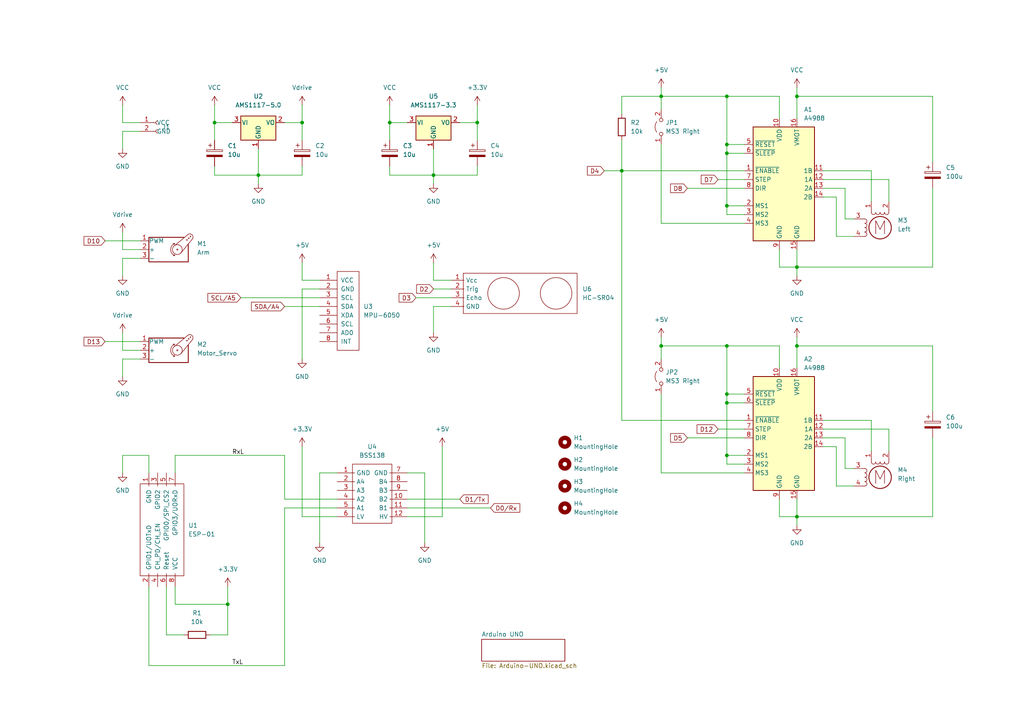
<source format=kicad_sch>
(kicad_sch (version 20211123) (generator eeschema)
  (paper "A4")
  (title_block (title "jRobot-Leonardo-Nano") (date "2022-12-18") (rev "0.1"))
  (lib_symbols
    (symbol "Device:C_Polarized" (pin_numbers hide) (pin_names (offset 0.254))
      (property "Reference" "C" (at 0.635 2.54 0))
      (property "Value" "C_Polarized" (at 0.635 -2.54 0))
      (symbol "C_Polarized_0_1"
        (rectangle (start -2.286 0.508) (end 2.286 1.016))
        (polyline (pts (xy -1.778 2.286) (xy -0.762 2.286)))
        (polyline (pts (xy -1.27 2.794) (xy -1.27 1.778)))
        (rectangle (start 2.286 -0.508) (end -2.286 -1.016) (fill (type outline)))
      )
      (symbol "C_Polarized_1_1"
        (pin passive line (at 0 3.81 270) (length 2.794) (name "~") (number "1"))
        (pin passive line (at 0 -3.81 90) (length 2.794) (name "~") (number "2"))
      )
    )
    (symbol "Device:R" (pin_numbers hide) (pin_names (offset 0))
      (property "Reference" "R" (at 2.032 0 90))
      (property "Value" "R" (at 0 0 90))
      (symbol "R_0_1"
        (rectangle (start -1.016 -2.54) (end 1.016 2.54) (stroke (width 0.254)))
      )
      (symbol "R_1_1"
        (pin passive line (at 0 3.81 270) (length 1.27) (name "~") (number "1"))
        (pin passive line (at 0 -3.81 90) (length 1.27) (name "~") (number "2"))
      )
    )
    (symbol "Jumper:Jumper_2_Open" (pin_names (offset 0) hide)
      (property "Reference" "JP" (at 0 2.794 0))
      (property "Value" "Jumper_2_Open" (at 0 -2.286 0))
      (symbol "Jumper_2_Open_0_0"
        (circle (center -2.032 0) (radius 0.508))
        (circle (center 2.032 0) (radius 0.508))
      )
      (symbol "Jumper_2_Open_0_1"
        (arc (start 1.524 1.27) (mid 0 1.778) (end -1.524 1.27))
      )
      (symbol "Jumper_2_Open_1_1"
        (pin passive line (at -5.08 0 0) (length 2.54) (name "A") (number "1"))
        (pin passive line (at 5.08 0 180) (length 2.54) (name "B") (number "2"))
      )
    )
    (symbol "Mechanical:MountingHole" (pin_names (offset 1.016))
      (property "Reference" "H" (at 0 5.08 0))
      (property "Value" "MountingHole" (at 0 3.175 0))
      (symbol "MountingHole_0_1"
        (circle (center 0 0) (radius 1.27) (stroke (width 1.27)))
      )
    )
    (symbol "Motor:Motor_Servo" (pin_names (offset 0.0254))
      (property "Reference" "M" (at -5.08 4.445 0))
      (property "Value" "Motor_Servo" (at -5.08 -4.064 0))
      (symbol "Motor_Servo_0_1"
        (polyline (pts (xy 2.413 -1.778) (xy 2.032 -1.778)))
        (polyline (pts (xy 2.413 -1.778) (xy 2.286 -1.397)))
        (polyline (pts (xy 2.413 1.778) (xy 1.905 1.778)))
        (polyline (pts (xy 2.413 1.778) (xy 2.286 1.397)))
        (polyline (pts (xy 6.35 4.445) (xy 2.54 1.27)))
        (polyline (pts (xy 7.62 3.175) (xy 4.191 -1.016)))
        (polyline (pts (xy 5.08 3.556) (xy -5.08 3.556) (xy -5.08 -3.556) (xy 6.35 -3.556) (xy 6.35 1.524)) (stroke (width 0.254)))
        (arc (start 2.413 1.778) (mid 1.2406 0) (end 2.413 -1.778))
        (circle (center 3.175 0) (radius 0.1778))
        (circle (center 3.175 0) (radius 1.4224))
        (circle (center 5.969 2.794) (radius 0.127))
        (circle (center 6.477 3.302) (radius 0.127))
        (circle (center 6.985 3.81) (radius 0.127))
        (arc (start 7.62 3.175) (mid 7.4485 4.2735) (end 6.35 4.445))
      )
      (symbol "Motor_Servo_1_1"
        (pin passive line (at -7.62 2.54 0) (length 2.54) (name "PWM") (number "1"))
        (pin passive line (at -7.62 0 0) (length 2.54) (name "+") (number "2"))
        (pin passive line (at -7.62 -2.54 0) (length 2.54) (name "-") (number "3"))
      )
    )
    (symbol "Motor:Stepper_Motor_bipolar" (pin_names (offset 0) hide)
      (property "Reference" "M" (at 3.81 2.54 0))
      (property "Value" "Stepper_Motor_bipolar" (at 3.81 1.27 0))
      (symbol "Stepper_Motor_bipolar_0_0"
        (polyline (pts (xy -1.27 -1.778) (xy -1.27 2.032) (xy 0 -0.508) (xy 1.27 2.032) (xy 1.27 -1.778)))
      )
      (symbol "Stepper_Motor_bipolar_0_1"
        (arc (start -4.445 -2.54) (mid -3.81 -1.905) (end -4.445 -1.27))
        (arc (start -4.445 -1.27) (mid -3.81 -0.635) (end -4.445 0))
        (arc (start -4.445 0) (mid -3.81 0.635) (end -4.445 1.27))
        (arc (start -4.445 1.27) (mid -3.81 1.905) (end -4.445 2.54))
        (arc (start -2.54 4.445) (mid -1.905 3.81) (end -1.27 4.445))
        (arc (start -1.27 4.445) (mid -0.635 3.81) (end 0 4.445))
        (polyline (pts (xy -5.08 -2.54) (xy -4.445 -2.54)))
        (polyline (pts (xy -5.08 2.54) (xy -4.445 2.54)))
        (polyline (pts (xy -2.54 5.08) (xy -2.54 4.445)))
        (polyline (pts (xy 2.54 5.08) (xy 2.54 4.445)))
        (circle (center 0 0) (radius 3.2512) (stroke (width 0.254)))
        (arc (start 0 4.445) (mid 0.635 3.81) (end 1.27 4.445))
        (arc (start 1.27 4.445) (mid 1.905 3.81) (end 2.54 4.445))
      )
      (symbol "Stepper_Motor_bipolar_1_1"
        (pin passive line (at -2.54 7.62 270) (length 2.54) (name "~") (number "1"))
        (pin passive line (at 2.54 7.62 270) (length 2.54) (name "-") (number "2"))
        (pin passive line (at -7.62 2.54 0) (length 2.54) (name "~") (number "3"))
        (pin passive line (at -7.62 -2.54 0) (length 2.54) (name "~") (number "4"))
      )
    )
    (symbol "My_Arduino:ESP-01h" (pin_names (offset 1.016))
      (property "Reference" "U" (at 11.43 -5.08 0))
      (property "Value" "ESP-01h" (at 15.24 -7.62 0))
      (symbol "ESP-01h_0_1"
        (polyline (pts (xy -2.54 -3.175) (xy 10.16 -3.175) (xy 10.16 -29.845) (xy -2.54 -29.845) (xy -2.54 -3.175)) (stroke (width 0.1524)))
      )
      (symbol "ESP-01h_1_1"
        (pin output line (at 0 0 270) (length 3.81) (name "GND") (number "1"))
        (pin power_in line (at 0 -33.02 90) (length 3.81) (name "GPIO1/UOTxD") (number "2"))
        (pin input line (at 2.54 0 270) (length 3.81) (name "GPIO2") (number "3"))
        (pin tri_state line (at 2.54 -33.02 90) (length 3.81) (name "CH_PD/CH_EN") (number "4"))
        (pin input line (at 5.08 0 270) (length 3.81) (name "GPIO0/SPI_CS2") (number "5"))
        (pin tri_state line (at 5.08 -33.02 90) (length 3.81) (name "Reset") (number "6"))
        (pin power_in line (at 7.62 0 270) (length 3.81) (name "GPIO3/UORxD") (number "7"))
        (pin input line (at 7.62 -33.02 90) (length 3.81) (name "VCC") (number "8"))
      )
    )
    (symbol "My_Headers:2-pin_power_input_header" (pin_names (offset 1.016))
      (property "Reference" "J" (at 0 2.54 0))
      (symbol "2-pin_power_input_header_1_1"
        (arc (start 0 -2.032) (mid -0.508 -2.54) (end 0 -3.048) (stroke (width 0.1524)))
        (polyline (pts (xy -1.27 -2.54) (xy -0.508 -2.54)) (stroke (width 0.1524)))
        (polyline (pts (xy -1.27 0) (xy -0.508 0)) (stroke (width 0.1524)))
        (arc (start 0 0.508) (mid -0.508 0) (end 0 -0.508) (stroke (width 0.1524)))
        (pin power_out line (at -5.08 0 0) (length 3.81) (name "VCC") (number "1"))
        (pin power_out line (at -5.08 -2.54 0) (length 3.81) (name "GND") (number "2"))
      )
    )
    (symbol "My_Parts:4-channel_I2C_level_shifter_BSS138"
      (property "Reference" "U" (at 15.875 -5.715 0))
      (property "Value" "4-channel_I2C_level_shifter_BSS138" (at 33.02 -13.97 0))
      (symbol "4-channel_I2C_level_shifter_BSS138_0_1"
        (polyline (pts (xy -2.54 -4.445) (xy -2.54 -15.875) (xy 14.605 -15.875) (xy 14.605 -4.445) (xy -2.54 -4.445)) (stroke (width 0.1524)))
      )
      (symbol "4-channel_I2C_level_shifter_BSS138_1_1"
        (pin power_in line (at 0 0 270) (length 5.08) (name "GND") (number "1"))
        (pin bidirectional line (at 7.62 -20.32 90) (length 5.08) (name "B2") (number "10"))
        (pin bidirectional line (at 10.16 -20.32 90) (length 5.08) (name "B1") (number "11"))
        (pin power_in line (at 12.7 -20.32 90) (length 5.08) (name "HV") (number "12"))
        (pin bidirectional line (at 2.54 0 270) (length 5.08) (name "A4") (number "2"))
        (pin bidirectional line (at 5.08 0 270) (length 5.08) (name "A3") (number "3"))
        (pin bidirectional line (at 7.62 0 270) (length 5.08) (name "A2") (number "4"))
        (pin bidirectional line (at 10.16 0 270) (length 5.08) (name "A1") (number "5"))
        (pin power_in line (at 12.7 0 270) (length 5.08) (name "LV") (number "6"))
        (pin power_in line (at 0 -20.32 90) (length 5.08) (name "GND") (number "7"))
        (pin bidirectional line (at 2.54 -20.32 90) (length 5.08) (name "B4") (number "8"))
        (pin bidirectional line (at 5.08 -20.32 90) (length 5.08) (name "B3") (number "9"))
      )
    )
    (symbol "My_Parts:GY-521_MPU-6050" (pin_names (offset 1.016))
      (property "Reference" "U" (at 6.35 3.81 0))
      (property "Value" "GY-521_MPU-6050" (at 10.16 6.35 0))
      (symbol "GY-521_MPU-6050_0_1"
        (rectangle (start 5.08 2.54) (end 11.43 -20.32))
      )
      (symbol "GY-521_MPU-6050_1_1"
        (pin power_in line (at 0 0 0) (length 5.08) (name "VCC") (number "1"))
        (pin power_in line (at 0 -2.54 0) (length 5.08) (name "GND") (number "2"))
        (pin bidirectional line (at 0 -5.08 0) (length 5.08) (name "SCL") (number "3"))
        (pin bidirectional line (at 0 -7.62 0) (length 5.08) (name "SDA") (number "4"))
        (pin bidirectional line (at 0 -10.16 0) (length 5.08) (name "XDA") (number "5"))
        (pin bidirectional line (at 0 -12.7 0) (length 5.08) (name "SCL") (number "6"))
        (pin bidirectional line (at 0 -15.24 0) (length 5.08) (name "AD0") (number "7"))
        (pin bidirectional line (at 0 -17.78 0) (length 5.08) (name "INT") (number "8"))
      )
    )
    (symbol "My_Parts:HC-SR04_Sonar"
      (property "Reference" "U" (at 5.08 3.302 0))
      (property "Value" "HC-SR04_Sonar" (at 21.59 -11.176 0))
      (symbol "HC-SR04_Sonar_0_1"
        (polyline (pts (xy 3.556 2.032) (xy 3.556 -9.652) (xy 36.576 -9.652) (xy 36.576 2.032) (xy 3.556 2.032)))
        (circle (center 15.24 -3.81) (radius 4.5791))
        (circle (center 30.48 -3.81) (radius 4.5791))
      )
      (symbol "HC-SR04_Sonar_1_1"
        (pin power_in line (at 0 0 0) (length 3.81) (name "Vcc") (number "1"))
        (pin input line (at 0 -2.54 0) (length 3.81) (name "Trig") (number "2"))
        (pin output line (at 0 -5.08 0) (length 3.81) (name "Echo") (number "3"))
        (pin power_in line (at 0 -7.62 0) (length 3.81) (name "GND") (number "4"))
      )
    )
    (symbol "My_Parts:Stepper_Driver_A4988"
      (property "Reference" "A" (at -2.54 19.05 0))
      (property "Value" "Stepper_Driver_A4988" (at -2.54 16.51 0))
      (symbol "Stepper_Driver_A4988_0_1"
        (rectangle (start 10.16 -17.78) (end -7.62 15.24) (stroke (width 0.254)) (fill (type background)))
      )
      (symbol "Stepper_Driver_A4988_1_1"
        (pin input line (at -10.16 2.54 0) (length 2.54) (name "~{ENABLE}") (number "1"))
        (pin power_in line (at 0 17.78 270) (length 2.54) (name "VDD") (number "10"))
        (pin output line (at 12.7 2.54 180) (length 2.54) (name "1B") (number "11"))
        (pin output line (at 12.7 0 180) (length 2.54) (name "1A") (number "12"))
        (pin output line (at 12.7 -2.54 180) (length 2.54) (name "2A") (number "13"))
        (pin output line (at 12.7 -5.08 180) (length 2.54) (name "2B") (number "14"))
        (pin power_in line (at 5.08 -20.32 90) (length 2.54) (name "GND") (number "15"))
        (pin power_in line (at 5.08 17.78 270) (length 2.54) (name "VMOT") (number "16"))
        (pin input line (at -10.16 -7.62 0) (length 2.54) (name "MS1") (number "2"))
        (pin input line (at -10.16 -10.16 0) (length 2.54) (name "MS2") (number "3"))
        (pin input line (at -10.16 -12.7 0) (length 2.54) (name "MS3") (number "4"))
        (pin input line (at -10.16 10.16 0) (length 2.54) (name "~{RESET}") (number "5"))
        (pin input line (at -10.16 7.62 0) (length 2.54) (name "~{SLEEP}") (number "6"))
        (pin input line (at -10.16 0 0) (length 2.54) (name "STEP") (number "7"))
        (pin input line (at -10.16 -2.54 0) (length 2.54) (name "DIR") (number "8"))
        (pin power_in line (at 0 -20.32 90) (length 2.54) (name "GND") (number "9"))
      )
    )
    (symbol "Regulator_Linear:AMS1117-3.3" (pin_names (offset 0.254))
      (property "Reference" "U" (at -3.81 3.175 0))
      (property "Value" "AMS1117-3.3" (at 0 3.175 0))
      (symbol "AMS1117-3.3_0_1"
        (rectangle (start -5.08 -5.08) (end 5.08 1.905) (stroke (width 0.254)) (fill (type background)))
      )
      (symbol "AMS1117-3.3_1_1"
        (pin power_in line (at 0 -7.62 90) (length 2.54) (name "GND") (number "1"))
        (pin power_out line (at 7.62 0 180) (length 2.54) (name "VO") (number "2"))
        (pin power_in line (at -7.62 0 0) (length 2.54) (name "VI") (number "3"))
      )
    )
    (symbol "Regulator_Linear:AMS1117-5.0" (pin_names (offset 0.254))
      (property "Reference" "U" (at -3.81 3.175 0))
      (property "Value" "AMS1117-5.0" (at 0 3.175 0))
      (symbol "AMS1117-5.0_0_1"
        (rectangle (start -5.08 -5.08) (end 5.08 1.905) (stroke (width 0.254)) (fill (type background)))
      )
      (symbol "AMS1117-5.0_1_1"
        (pin power_in line (at 0 -7.62 90) (length 2.54) (name "GND") (number "1"))
        (pin power_out line (at 7.62 0 180) (length 2.54) (name "VO") (number "2"))
        (pin power_in line (at -7.62 0 0) (length 2.54) (name "VI") (number "3"))
      )
    )
    (symbol "power:+3.3V" (power) (pin_names (offset 0))
      (property "Value" "+3.3V" (at 0 3.556 0))
      (symbol "+3.3V_0_1"
        (polyline (pts (xy -0.762 1.27) (xy 0 2.54)))
        (polyline (pts (xy 0 0) (xy 0 2.54)))
        (polyline (pts (xy 0 2.54) (xy 0.762 1.27)))
      )
      (symbol "+3.3V_1_1"
        (pin power_in line (at 0 0 90) (length 0) hide (name "+3.3V") (number "1"))
      )
    )
    (symbol "power:+5V" (power) (pin_names (offset 0))
      (property "Value" "+5V" (at 0 3.556 0))
      (symbol "+5V_0_1"
        (polyline (pts (xy -0.762 1.27) (xy 0 2.54)))
        (polyline (pts (xy 0 0) (xy 0 2.54)))
        (polyline (pts (xy 0 2.54) (xy 0.762 1.27)))
      )
      (symbol "+5V_1_1"
        (pin power_in line (at 0 0 90) (length 0) hide (name "+5V") (number "1"))
      )
    )
    (symbol "power:GND" (power) (pin_names (offset 0))
      (property "Value" "GND" (at 0 -3.81 0))
      (symbol "GND_0_1"
        (polyline (pts (xy 0 0) (xy 0 -1.27) (xy 1.27 -1.27) (xy 0 -2.54) (xy -1.27 -1.27) (xy 0 -1.27)))
      )
      (symbol "GND_1_1"
        (pin power_in line (at 0 0 270) (length 0) hide (name "GND") (number "1"))
      )
    )
    (symbol "power:VCC" (power) (pin_names (offset 0))
      (property "Value" "VCC" (at 0 3.81 0))
      (symbol "VCC_0_1"
        (polyline (pts (xy -0.762 1.27) (xy 0 2.54)))
        (polyline (pts (xy 0 0) (xy 0 2.54)))
        (polyline (pts (xy 0 2.54) (xy 0.762 1.27)))
      )
      (symbol "VCC_1_1"
        (pin power_in line (at 0 0 90) (length 0) hide (name "VCC") (number "1"))
      )
    )
    (symbol "power:Vdrive" (power) (pin_names (offset 0))
      (property "Value" "Vdrive" (at 0 3.81 0))
      (symbol "Vdrive_0_1"
        (polyline (pts (xy -0.762 1.27) (xy 0 2.54)))
        (polyline (pts (xy 0 0) (xy 0 2.54)))
        (polyline (pts (xy 0 2.54) (xy 0.762 1.27)))
      )
      (symbol "Vdrive_1_1"
        (pin power_in line (at 0 0 90) (length 0) hide (name "Vdrive") (number "1"))
      )
    )
  )
  (junction (at 210.82 59.69))
  (junction (at 210.82 41.91))
  (junction (at 113.03 35.56))
  (junction (at 191.77 27.94))
  (junction (at 138.43 35.56))
  (junction (at 231.14 27.94))
  (junction (at 231.14 149.86))
  (junction (at 125.73 50.8))
  (junction (at 210.82 116.84))
  (junction (at 180.34 49.53))
  (junction (at 210.82 44.45))
  (junction (at 62.23 35.56))
  (junction (at 231.14 100.33))
  (junction (at 66.04 175.26))
  (junction (at 191.77 100.33))
  (junction (at 87.63 35.56))
  (junction (at 231.14 77.47))
  (junction (at 210.82 27.94))
  (junction (at 210.82 132.08))
  (junction (at 210.82 100.33))
  (junction (at 210.82 114.3))
  (junction (at 74.93 50.8))
  (wire (pts (xy 191.77 41.91) (xy 191.77 64.77)))
  (wire (pts (xy 125.73 81.28) (xy 125.73 76.2)))
  (wire (pts (xy 215.9 137.16) (xy 191.77 137.16)))
  (wire (pts (xy 50.8 175.26) (xy 66.04 175.26)))
  (wire (pts (xy 242.57 140.97) (xy 242.57 129.54)))
  (wire (pts (xy 191.77 27.94) (xy 210.82 27.94)))
  (wire (pts (xy 226.06 100.33) (xy 226.06 106.68)))
  (wire (pts (xy 123.19 137.16) (xy 123.19 157.48)))
  (wire (pts (xy 74.93 43.18) (xy 74.93 50.8)))
  (wire (pts (xy 74.93 50.8) (xy 74.93 53.34)))
  (wire (pts (xy 215.9 59.69) (xy 210.82 59.69)))
  (wire (pts (xy 62.23 50.8) (xy 74.93 50.8)))
  (wire (pts (xy 245.11 135.89) (xy 247.65 135.89)))
  (wire (pts (xy 43.18 137.16) (xy 43.18 132.08)))
  (wire (pts (xy 238.76 49.53) (xy 252.73 49.53)))
  (wire (pts (xy 66.04 170.18) (xy 66.04 175.26)))
  (wire (pts (xy 66.04 184.15) (xy 60.96 184.15)))
  (wire (pts (xy 118.11 137.16) (xy 123.19 137.16)))
  (wire (pts (xy 113.03 48.26) (xy 113.03 50.8)))
  (wire (pts (xy 238.76 52.07) (xy 257.81 52.07)))
  (wire (pts (xy 257.81 52.07) (xy 257.81 58.42)))
  (wire (pts (xy 257.81 124.46) (xy 257.81 130.81)))
  (wire (pts (xy 82.55 147.32) (xy 97.79 147.32)))
  (wire (pts (xy 67.31 35.56) (xy 62.23 35.56)))
  (wire (pts (xy 66.04 175.26) (xy 66.04 184.15)))
  (wire (pts (xy 231.14 27.94) (xy 270.51 27.94)))
  (wire (pts (xy 118.11 149.86) (xy 128.27 149.86)))
  (wire (pts (xy 30.48 69.85) (xy 40.64 69.85)))
  (wire (pts (xy 226.06 72.39) (xy 226.06 77.47)))
  (wire (pts (xy 247.65 140.97) (xy 242.57 140.97)))
  (wire (pts (xy 242.57 129.54) (xy 238.76 129.54)))
  (wire (pts (xy 40.64 104.14) (xy 35.56 104.14)))
  (wire (pts (xy 48.26 170.18) (xy 48.26 184.15)))
  (wire (pts (xy 53.34 184.15) (xy 48.26 184.15)))
  (wire (pts (xy 87.63 50.8) (xy 87.63 48.26)))
  (wire (pts (xy 238.76 127) (xy 245.11 127)))
  (wire (pts (xy 180.34 121.92) (xy 215.9 121.92)))
  (wire (pts (xy 125.73 50.8) (xy 138.43 50.8)))
  (wire (pts (xy 180.34 40.64) (xy 180.34 49.53)))
  (wire (pts (xy 242.57 57.15) (xy 238.76 57.15)))
  (wire (pts (xy 270.51 77.47) (xy 270.51 54.61)))
  (wire (pts (xy 191.77 25.4) (xy 191.77 27.94)))
  (wire (pts (xy 35.56 72.39) (xy 35.56 67.31)))
  (wire (pts (xy 210.82 44.45) (xy 210.82 59.69)))
  (wire (pts (xy 118.11 147.32) (xy 142.24 147.32)))
  (wire (pts (xy 138.43 40.64) (xy 138.43 35.56)))
  (wire (pts (xy 238.76 124.46) (xy 257.81 124.46)))
  (wire (pts (xy 40.64 72.39) (xy 35.56 72.39)))
  (wire (pts (xy 40.64 38.1) (xy 35.56 38.1)))
  (wire (pts (xy 82.55 144.78) (xy 82.55 132.08)))
  (wire (pts (xy 215.9 41.91) (xy 210.82 41.91)))
  (wire (pts (xy 210.82 132.08) (xy 210.82 134.62)))
  (wire (pts (xy 40.64 101.6) (xy 35.56 101.6)))
  (wire (pts (xy 191.77 27.94) (xy 191.77 31.75)))
  (wire (pts (xy 87.63 83.82) (xy 87.63 104.14)))
  (wire (pts (xy 125.73 43.18) (xy 125.73 50.8)))
  (wire (pts (xy 210.82 41.91) (xy 210.82 44.45)))
  (wire (pts (xy 82.55 88.9) (xy 92.71 88.9)))
  (wire (pts (xy 138.43 30.48) (xy 138.43 35.56)))
  (wire (pts (xy 245.11 54.61) (xy 245.11 63.5)))
  (wire (pts (xy 210.82 100.33) (xy 226.06 100.33)))
  (wire (pts (xy 226.06 77.47) (xy 231.14 77.47)))
  (wire (pts (xy 245.11 127) (xy 245.11 135.89)))
  (wire (pts (xy 210.82 100.33) (xy 210.82 114.3)))
  (wire (pts (xy 97.79 149.86) (xy 87.63 149.86)))
  (wire (pts (xy 35.56 35.56) (xy 35.56 30.48)))
  (wire (pts (xy 231.14 77.47) (xy 270.51 77.47)))
  (wire (pts (xy 113.03 50.8) (xy 125.73 50.8)))
  (wire (pts (xy 252.73 121.92) (xy 238.76 121.92)))
  (wire (pts (xy 231.14 72.39) (xy 231.14 77.47)))
  (wire (pts (xy 113.03 35.56) (xy 113.03 40.64)))
  (wire (pts (xy 118.11 144.78) (xy 133.35 144.78)))
  (wire (pts (xy 62.23 35.56) (xy 62.23 40.64)))
  (wire (pts (xy 242.57 68.58) (xy 242.57 57.15)))
  (wire (pts (xy 247.65 68.58) (xy 242.57 68.58)))
  (wire (pts (xy 208.28 124.46) (xy 215.9 124.46)))
  (wire (pts (xy 215.9 132.08) (xy 210.82 132.08)))
  (wire (pts (xy 199.39 127) (xy 215.9 127)))
  (wire (pts (xy 252.73 49.53) (xy 252.73 58.42)))
  (wire (pts (xy 175.26 49.53) (xy 180.34 49.53)))
  (wire (pts (xy 50.8 132.08) (xy 50.8 137.16)))
  (wire (pts (xy 180.34 49.53) (xy 180.34 121.92)))
  (wire (pts (xy 62.23 48.26) (xy 62.23 50.8)))
  (wire (pts (xy 270.51 27.94) (xy 270.51 46.99)))
  (wire (pts (xy 87.63 30.48) (xy 87.63 35.56)))
  (wire (pts (xy 125.73 96.52) (xy 125.73 88.9)))
  (wire (pts (xy 215.9 64.77) (xy 191.77 64.77)))
  (wire (pts (xy 226.06 27.94) (xy 226.06 34.29)))
  (wire (pts (xy 35.56 38.1) (xy 35.56 43.18)))
  (wire (pts (xy 226.06 144.78) (xy 226.06 149.86)))
  (wire (pts (xy 92.71 81.28) (xy 87.63 81.28)))
  (wire (pts (xy 210.82 116.84) (xy 210.82 132.08)))
  (wire (pts (xy 125.73 50.8) (xy 125.73 53.34)))
  (wire (pts (xy 92.71 86.36) (xy 69.85 86.36)))
  (wire (pts (xy 35.56 104.14) (xy 35.56 109.22)))
  (wire (pts (xy 87.63 35.56) (xy 82.55 35.56)))
  (wire (pts (xy 238.76 54.61) (xy 245.11 54.61)))
  (wire (pts (xy 270.51 149.86) (xy 270.51 127)))
  (wire (pts (xy 191.77 114.3) (xy 191.77 137.16)))
  (wire (pts (xy 191.77 97.79) (xy 191.77 100.33)))
  (wire (pts (xy 40.64 74.93) (xy 35.56 74.93)))
  (wire (pts (xy 231.14 100.33) (xy 270.51 100.33)))
  (wire (pts (xy 208.28 52.07) (xy 215.9 52.07)))
  (wire (pts (xy 92.71 137.16) (xy 92.71 157.48)))
  (wire (pts (xy 231.14 77.47) (xy 231.14 80.01)))
  (wire (pts (xy 231.14 25.4) (xy 231.14 27.94)))
  (wire (pts (xy 215.9 114.3) (xy 210.82 114.3)))
  (wire (pts (xy 30.48 99.06) (xy 40.64 99.06)))
  (wire (pts (xy 43.18 170.18) (xy 43.18 193.04)))
  (wire (pts (xy 43.18 193.04) (xy 82.55 193.04)))
  (wire (pts (xy 191.77 100.33) (xy 210.82 100.33)))
  (wire (pts (xy 231.14 144.78) (xy 231.14 149.86)))
  (wire (pts (xy 180.34 49.53) (xy 215.9 49.53)))
  (wire (pts (xy 125.73 83.82) (xy 130.81 83.82)))
  (wire (pts (xy 62.23 30.48) (xy 62.23 35.56)))
  (wire (pts (xy 118.11 35.56) (xy 113.03 35.56)))
  (wire (pts (xy 252.73 130.81) (xy 252.73 121.92)))
  (wire (pts (xy 82.55 132.08) (xy 50.8 132.08)))
  (wire (pts (xy 130.81 81.28) (xy 125.73 81.28)))
  (wire (pts (xy 245.11 63.5) (xy 247.65 63.5)))
  (wire (pts (xy 50.8 170.18) (xy 50.8 175.26)))
  (wire (pts (xy 43.18 132.08) (xy 35.56 132.08)))
  (wire (pts (xy 191.77 27.94) (xy 180.34 27.94)))
  (wire (pts (xy 210.82 134.62) (xy 215.9 134.62)))
  (wire (pts (xy 97.79 144.78) (xy 82.55 144.78)))
  (wire (pts (xy 231.14 149.86) (xy 270.51 149.86)))
  (wire (pts (xy 40.64 35.56) (xy 35.56 35.56)))
  (wire (pts (xy 231.14 100.33) (xy 231.14 106.68)))
  (wire (pts (xy 215.9 116.84) (xy 210.82 116.84)))
  (wire (pts (xy 92.71 83.82) (xy 87.63 83.82)))
  (wire (pts (xy 113.03 30.48) (xy 113.03 35.56)))
  (wire (pts (xy 125.73 88.9) (xy 130.81 88.9)))
  (wire (pts (xy 82.55 193.04) (xy 82.55 147.32)))
  (wire (pts (xy 210.82 114.3) (xy 210.82 116.84)))
  (wire (pts (xy 270.51 100.33) (xy 270.51 119.38)))
  (wire (pts (xy 128.27 129.54) (xy 128.27 149.86)))
  (wire (pts (xy 210.82 27.94) (xy 226.06 27.94)))
  (wire (pts (xy 180.34 27.94) (xy 180.34 33.02)))
  (wire (pts (xy 231.14 149.86) (xy 231.14 152.4)))
  (wire (pts (xy 120.65 86.36) (xy 130.81 86.36)))
  (wire (pts (xy 199.39 54.61) (xy 215.9 54.61)))
  (wire (pts (xy 138.43 50.8) (xy 138.43 48.26)))
  (wire (pts (xy 87.63 81.28) (xy 87.63 76.2)))
  (wire (pts (xy 210.82 59.69) (xy 210.82 62.23)))
  (wire (pts (xy 35.56 74.93) (xy 35.56 80.01)))
  (wire (pts (xy 215.9 44.45) (xy 210.82 44.45)))
  (wire (pts (xy 226.06 149.86) (xy 231.14 149.86)))
  (wire (pts (xy 35.56 132.08) (xy 35.56 137.16)))
  (wire (pts (xy 35.56 101.6) (xy 35.56 96.52)))
  (wire (pts (xy 74.93 50.8) (xy 87.63 50.8)))
  (wire (pts (xy 210.82 62.23) (xy 215.9 62.23)))
  (wire (pts (xy 231.14 27.94) (xy 231.14 34.29)))
  (wire (pts (xy 191.77 100.33) (xy 191.77 104.14)))
  (wire (pts (xy 210.82 27.94) (xy 210.82 41.91)))
  (wire (pts (xy 97.79 137.16) (xy 92.71 137.16)))
  (wire (pts (xy 231.14 97.79) (xy 231.14 100.33)))
  (wire (pts (xy 87.63 149.86) (xy 87.63 129.54)))
  (wire (pts (xy 138.43 35.56) (xy 133.35 35.56)))
  (wire (pts (xy 87.63 40.64) (xy 87.63 35.56)))
  (label "RxL" (at 67.31 132.08 0))
  (label "TxL" (at 67.31 193.04 0))
  (global_label "D5" (shape input) (at 199.39 127 180) (property "Intersheet References" "${INTERSHEET_REFS}" (effects hide)))
  (global_label "D7" (shape input) (at 208.28 52.07 180) (property "Intersheet References" "${INTERSHEET_REFS}" (effects hide)))
  (global_label "D4" (shape input) (at 175.26 49.53 180) (property "Intersheet References" "${INTERSHEET_REFS}" (effects hide)))
  (global_label "SDA{slash}A4" (shape input) (at 82.55 88.9 180) (property "Intersheet References" "${INTERSHEET_REFS}" (effects hide)))
  (global_label "D12" (shape input) (at 208.28 124.46 180) (property "Intersheet References" "${INTERSHEET_REFS}" (effects hide)))
  (global_label "D13" (shape input) (at 30.48 99.06 180) (property "Intersheet References" "${INTERSHEET_REFS}" (effects hide)))
  (global_label "D1{slash}Tx" (shape input) (at 133.35 144.78 0) (property "Intersheet References" "${INTERSHEET_REFS}" (effects hide)))
  (global_label "D8" (shape input) (at 199.39 54.61 180) (property "Intersheet References" "${INTERSHEET_REFS}" (effects hide)))
  (global_label "D3" (shape input) (at 120.65 86.36 180) (property "Intersheet References" "${INTERSHEET_REFS}" (effects hide)))
  (global_label "D2" (shape input) (at 125.73 83.82 180) (property "Intersheet References" "${INTERSHEET_REFS}" (effects hide)))
  (global_label "SCL{slash}A5" (shape input) (at 69.85 86.36 180) (property "Intersheet References" "${INTERSHEET_REFS}" (effects hide)))
  (global_label "D0{slash}Rx" (shape input) (at 142.24 147.32 0) (property "Intersheet References" "${INTERSHEET_REFS}" (effects hide)))
  (global_label "D10" (shape input) (at 30.48 69.85 180) (property "Intersheet References" "${INTERSHEET_REFS}" (effects hide)))
  (symbol (lib_id "Device:R") (at 180.34 36.83 0) (unit 1)
    (property "Reference" "R2" (at 182.88 35.5599 0) (effects (justify left)))
    (property "Value" "10k" (at 182.88 38.0999 0) (effects (justify left)))
    (property "Footprint" "My_Misc:R_Axial_DIN0207_L6.3mm_D2.5mm_P10.16mm_Horizontal_large" (effects hide))
  )
  (symbol (lib_id "power:VCC") (at 231.14 25.4 0) (unit 1)
    (property "Reference" "#PWR025" (effects hide))
    (property "Value" "VCC" (at 231.14 20.32 0))
  )
  (symbol (lib_id "Mechanical:MountingHole") (at 163.83 147.32 0) (unit 1)
    (property "Reference" "H4" (at 166.37 146.0499 0) (effects (justify left)))
    (property "Value" "MountingHole" (at 166.37 148.5899 0) (effects (justify left)))
    (property "Footprint" "MountingHole:MountingHole_3.2mm_M3" (effects hide))
  )
  (symbol (lib_id "power:+3.3V") (at 66.04 170.18 0) (unit 1)
    (property "Reference" "#PWR09" (effects hide))
    (property "Value" "+3.3V" (at 66.04 165.1 0))
  )
  (symbol (lib_id "power:VCC") (at 62.23 30.48 0) (unit 1)
    (property "Reference" "#PWR08" (effects hide))
    (property "Value" "VCC" (at 62.23 25.4 0))
  )
  (symbol (lib_id "Motor:Stepper_Motor_bipolar") (at 255.27 66.04 0) (unit 1)
    (property "Reference" "M3" (at 260.35 63.919 0) (effects (justify left)))
    (property "Value" "Left" (at 260.35 66.459 0) (effects (justify left)))
    (property "Footprint" "My_Parts:PhoenixPCB_2-Pole_Stepper_Connector" (effects hide))
    (property "Datasheet" "http://www.infineon.com/dgdl/Application-Note-TLE8110EE_driving_UniPolarStepperMotor_V1.1.pdf?fileId=db3a30431be39b97011be5d0aa0a00b0" (effects hide))
  )
  (symbol (lib_id "Motor:Stepper_Motor_bipolar") (at 255.27 138.43 0) (unit 1)
    (property "Reference" "M4" (at 260.35 136.309 0) (effects (justify left)))
    (property "Value" "Right" (at 260.35 138.849 0) (effects (justify left)))
    (property "Footprint" "My_Parts:PhoenixPCB_2-Pole_Stepper_Connector" (effects hide))
    (property "Datasheet" "http://www.infineon.com/dgdl/Application-Note-TLE8110EE_driving_UniPolarStepperMotor_V1.1.pdf?fileId=db3a30431be39b97011be5d0aa0a00b0" (effects hide))
  )
  (symbol (lib_id "power:+5V") (at 191.77 25.4 0) (unit 1)
    (property "Reference" "#PWR023" (effects hide))
    (property "Value" "+5V" (at 191.77 20.32 0))
  )
  (symbol (lib_id "My_Parts:GY-521_MPU-6050") (at 92.71 81.28 0) (unit 1)
    (property "Reference" "U3" (at 105.41 88.8999 0) (effects (justify left)))
    (property "Value" "MPU-6050" (at 105.41 91.4399 0) (effects (justify left)))
    (property "Footprint" "My_Parts:GY-521_MPU6050_w_header_large" (effects hide))
  )
  (symbol (lib_id "Device:C_Polarized") (at 62.23 44.45 0) (unit 1)
    (property "Reference" "C1" (at 66.04 42.2909 0) (effects (justify left)))
    (property "Value" "10u" (at 66.04 44.8309 0) (effects (justify left)))
    (property "Footprint" "My_Misc:CP_Radial_D5.0mm_P2.00mm_larger" (effects hide))
  )
  (symbol (lib_id "power:+5V") (at 128.27 129.54 0) (unit 1)
    (property "Reference" "#PWR021" (effects hide))
    (property "Value" "+5V" (at 128.27 124.46 0))
  )
  (symbol (lib_id "Device:C_Polarized") (at 138.43 44.45 0) (unit 1)
    (property "Reference" "C4" (at 142.24 42.2909 0) (effects (justify left)))
    (property "Value" "10u" (at 142.24 44.8309 0) (effects (justify left)))
    (property "Footprint" "My_Misc:CP_Radial_D5.0mm_P2.00mm_larger" (effects hide))
  )
  (symbol (lib_id "power:GND") (at 125.73 53.34 0) (unit 1)
    (property "Reference" "#PWR018" (effects hide))
    (property "Value" "GND" (at 125.73 58.42 0))
  )
  (symbol (lib_id "My_Arduino:ESP-01h") (at 43.18 137.16 0) (unit 1)
    (property "Reference" "U1" (at 54.61 152.3999 0) (effects (justify left)))
    (property "Value" "ESP-01" (at 54.61 154.9399 0) (effects (justify left)))
    (property "Footprint" "My_ESP8266:ESP-01_w_pin_socket_large" (effects hide))
    (property "Datasheet" "http://l0l.org.uk/2014/12/esp8266-modules-hardware-guide-gotta-catch-em-all/" (effects hide))
  )
  (symbol (lib_id "power:+5V") (at 191.77 97.79 0) (unit 1)
    (property "Reference" "#PWR024" (effects hide))
    (property "Value" "+5V" (at 191.77 92.71 0))
  )
  (symbol (lib_id "power:GND") (at 92.71 157.48 0) (unit 1)
    (property "Reference" "#PWR015" (effects hide))
    (property "Value" "GND" (at 92.71 162.56 0))
  )
  (symbol (lib_id "Device:C_Polarized") (at 270.51 50.8 0) (unit 1)
    (property "Reference" "C5" (at 274.32 48.6409 0) (effects (justify left)))
    (property "Value" "100u" (at 274.32 51.1809 0) (effects (justify left)))
    (property "Footprint" "My_Misc:CP_Radial_D5.0mm_P2.00mm_larger" (effects hide))
  )
  (symbol (lib_id "power:GND") (at 35.56 137.16 0) (unit 1)
    (property "Reference" "#PWR07" (effects hide))
    (property "Value" "GND" (at 35.56 142.24 0))
  )
  (symbol (lib_id "power:+3.3V") (at 138.43 30.48 0) (unit 1)
    (property "Reference" "#PWR022" (effects hide))
    (property "Value" "+3.3V" (at 138.43 25.4 0))
  )
  (symbol (lib_id "Motor:Motor_Servo") (at 48.26 101.6 0) (unit 1)
    (property "Reference" "M2" (at 57.15 99.8965 0) (effects (justify left)))
    (property "Value" "Motor_Servo" (at 57.15 102.4365 0) (effects (justify left)))
    (property "Datasheet" "http://forums.parallax.com/uploads/attachments/46831/74481.png" (effects hide))
  )
  (symbol (lib_id "power:GND") (at 35.56 80.01 0) (unit 1)
    (property "Reference" "#PWR04" (effects hide))
    (property "Value" "GND" (at 35.56 85.09 0))
  )
  (symbol (lib_id "Device:C_Polarized") (at 113.03 44.45 0) (unit 1)
    (property "Reference" "C3" (at 116.84 42.2909 0) (effects (justify left)))
    (property "Value" "10u" (at 116.84 44.8309 0) (effects (justify left)))
    (property "Footprint" "My_Misc:CP_Radial_D5.0mm_P2.00mm_larger" (effects hide))
  )
  (symbol (lib_id "My_Parts:4-channel_I2C_level_shifter_BSS138") (at 97.79 137.16 90) (mirror x) (unit 1)
    (property "Reference" "U4" (at 107.95 129.54 90))
    (property "Value" "BSS138" (at 107.95 132.08 90))
    (property "Footprint" "My_Parts:4-channel_I2C_level_shifter_BSS138_large" (effects hide))
  )
  (symbol (lib_id "power:GND") (at 35.56 43.18 0) (unit 1)
    (property "Reference" "#PWR02" (effects hide))
    (property "Value" "GND" (at 35.56 48.26 0))
  )
  (symbol (lib_id "Regulator_Linear:AMS1117-5.0") (at 74.93 35.56 0) (unit 1)
    (property "Reference" "U2" (at 74.93 27.94 0))
    (property "Value" "AMS1117-5.0" (at 74.93 30.48 0))
    (property "Footprint" "Package_TO_SOT_SMD:SOT-223-3_TabPin2" (effects hide))
    (property "Datasheet" "http://www.advanced-monolithic.com/pdf/ds1117.pdf" (effects hide))
  )
  (symbol (lib_id "power:GND") (at 74.93 53.34 0) (unit 1)
    (property "Reference" "#PWR010" (effects hide))
    (property "Value" "GND" (at 74.93 58.42 0))
  )
  (symbol (lib_id "power:GND") (at 123.19 157.48 0) (unit 1)
    (property "Reference" "#PWR017" (effects hide))
    (property "Value" "GND" (at 123.19 162.56 0))
  )
  (symbol (lib_id "My_Parts:Stepper_Driver_A4988") (at 226.06 124.46 0) (unit 1)
    (property "Reference" "A2" (at 233.1594 104.14 0) (effects (justify left)))
    (property "Value" "A4988" (at 233.1594 106.68 0) (effects (justify left)))
    (property "Footprint" "My_Misc:Pololu_Breakout-16_15.2x20.3mm_large" (effects hide))
    (property "Datasheet" "https://www.pololu.com/product/2980/pictures" (effects hide))
  )
  (symbol (lib_id "Device:C_Polarized") (at 270.51 123.19 0) (unit 1)
    (property "Reference" "C6" (at 274.32 121.0309 0) (effects (justify left)))
    (property "Value" "100u" (at 274.32 123.5709 0) (effects (justify left)))
    (property "Footprint" "My_Misc:CP_Radial_D5.0mm_P2.00mm_larger" (effects hide))
  )
  (symbol (lib_id "Jumper:Jumper_2_Open") (at 191.77 36.83 90) (unit 1)
    (property "Reference" "JP1" (at 193.04 35.5599 90) (effects (justify right)))
    (property "Value" "MS3 Right" (at 193.04 38.0999 90) (effects (justify right)))
    (property "Footprint" "My_Parts:Jumper_1x02_P2.54mm_large" (effects hide))
  )
  (symbol (lib_id "Device:C_Polarized") (at 87.63 44.45 0) (unit 1)
    (property "Reference" "C2" (at 91.44 42.2909 0) (effects (justify left)))
    (property "Value" "10u" (at 91.44 44.8309 0) (effects (justify left)))
    (property "Footprint" "My_Misc:CP_Radial_D5.0mm_P2.00mm_larger" (effects hide))
  )
  (symbol (lib_id "power:Vdrive") (at 87.63 30.48 0) (unit 1)
    (property "Reference" "#PWR011" (effects hide))
    (property "Value" "Vdrive" (at 87.63 25.4 0))
  )
  (symbol (lib_id "Device:R") (at 57.15 184.15 90) (unit 1)
    (property "Reference" "R1" (at 57.15 177.8 90))
    (property "Value" "10k" (at 57.15 180.34 90))
    (property "Footprint" "My_Misc:R_Axial_DIN0207_L6.3mm_D2.5mm_P10.16mm_Horizontal_large" (effects hide))
  )
  (symbol (lib_id "My_Headers:2-pin_power_input_header") (at 45.72 35.56 0) (unit 1)
    (property "Reference" "J1" (at 46.99 36.8299 0) (effects (justify left)))
    (property "Value" "2-pin_power_input_header" (effects hide))
    (property "Footprint" "My_Headers:2-pin_power_input_header" (effects hide))
  )
  (symbol (lib_id "power:Vdrive") (at 35.56 96.52 0) (unit 1)
    (property "Reference" "#PWR05" (effects hide))
    (property "Value" "Vdrive" (at 35.56 91.44 0))
  )
  (symbol (lib_id "power:GND") (at 87.63 104.14 0) (unit 1)
    (property "Reference" "#PWR013" (effects hide))
    (property "Value" "GND" (at 87.63 109.22 0))
  )
  (symbol (lib_id "power:+5V") (at 87.63 76.2 0) (unit 1)
    (property "Reference" "#PWR012" (effects hide))
    (property "Value" "+5V" (at 87.63 71.12 0))
  )
  (symbol (lib_id "Mechanical:MountingHole") (at 163.83 140.97 0) (unit 1)
    (property "Reference" "H3" (at 166.37 139.6999 0) (effects (justify left)))
    (property "Value" "MountingHole" (at 166.37 142.2399 0) (effects (justify left)))
    (property "Footprint" "MountingHole:MountingHole_3.2mm_M3" (effects hide))
  )
  (symbol (lib_id "power:VCC") (at 231.14 97.79 0) (unit 1)
    (property "Reference" "#PWR027" (effects hide))
    (property "Value" "VCC" (at 231.14 92.71 0))
  )
  (symbol (lib_id "Mechanical:MountingHole") (at 163.83 128.27 0) (unit 1)
    (property "Reference" "H1" (at 166.37 126.9999 0) (effects (justify left)))
    (property "Value" "MountingHole" (at 166.37 129.5399 0) (effects (justify left)))
    (property "Footprint" "MountingHole:MountingHole_3.2mm_M3" (effects hide))
  )
  (symbol (lib_id "My_Parts:HC-SR04_Sonar") (at 130.81 81.28 0) (unit 1)
    (property "Reference" "U6" (at 168.91 83.8199 0) (effects (justify left)))
    (property "Value" "HC-SR04" (at 168.91 86.3599 0) (effects (justify left)))
    (property "Footprint" "My_Headers:4-pin JST HC-SR04 Sonar" (effects hide))
  )
  (symbol (lib_id "Motor:Motor_Servo") (at 48.26 72.39 0) (unit 1)
    (property "Reference" "M1" (at 57.15 70.6865 0) (effects (justify left)))
    (property "Value" "Arm" (at 57.15 73.2265 0) (effects (justify left)))
    (property "Footprint" "My_Headers:3-pin JST Servo" (effects hide))
    (property "Datasheet" "http://forums.parallax.com/uploads/attachments/46831/74481.png" (effects hide))
  )
  (symbol (lib_id "power:VCC") (at 35.56 30.48 0) (unit 1)
    (property "Reference" "#PWR01" (effects hide))
    (property "Value" "VCC" (at 35.56 25.4 0))
  )
  (symbol (lib_id "power:+3.3V") (at 87.63 129.54 0) (unit 1)
    (property "Reference" "#PWR014" (effects hide))
    (property "Value" "+3.3V" (at 87.63 124.46 0))
  )
  (symbol (lib_id "Jumper:Jumper_2_Open") (at 191.77 109.22 90) (unit 1)
    (property "Reference" "JP2" (at 193.04 107.9499 90) (effects (justify right)))
    (property "Value" "MS3 Right" (at 193.04 110.4899 90) (effects (justify right)))
    (property "Footprint" "My_Parts:Jumper_1x02_P2.54mm_large" (effects hide))
  )
  (symbol (lib_id "power:Vdrive") (at 35.56 67.31 0) (unit 1)
    (property "Reference" "#PWR03" (effects hide))
    (property "Value" "Vdrive" (at 35.56 62.23 0))
  )
  (symbol (lib_id "power:GND") (at 35.56 109.22 0) (unit 1)
    (property "Reference" "#PWR06" (effects hide))
    (property "Value" "GND" (at 35.56 114.3 0))
  )
  (symbol (lib_id "Regulator_Linear:AMS1117-3.3") (at 125.73 35.56 0) (unit 1)
    (property "Reference" "U5" (at 125.73 27.94 0))
    (property "Value" "AMS1117-3.3" (at 125.73 30.48 0))
    (property "Footprint" "Package_TO_SOT_SMD:SOT-223-3_TabPin2" (effects hide))
    (property "Datasheet" "http://www.advanced-monolithic.com/pdf/ds1117.pdf" (effects hide))
  )
  (symbol (lib_id "power:VCC") (at 113.03 30.48 0) (unit 1)
    (property "Reference" "#PWR016" (effects hide))
    (property "Value" "VCC" (at 113.03 25.4 0))
  )
  (symbol (lib_id "My_Parts:Stepper_Driver_A4988") (at 226.06 52.07 0) (unit 1)
    (property "Reference" "A1" (at 233.1594 31.75 0) (effects (justify left)))
    (property "Value" "A4988" (at 233.1594 34.29 0) (effects (justify left)))
    (property "Footprint" "My_Misc:Pololu_Breakout-16_15.2x20.3mm_large" (effects hide))
    (property "Datasheet" "https://www.pololu.com/product/2980/pictures" (effects hide))
  )
  (symbol (lib_id "power:GND") (at 125.73 96.52 0) (unit 1)
    (property "Reference" "#PWR020" (effects hide))
    (property "Value" "GND" (at 125.73 101.6 0))
  )
  (symbol (lib_id "Mechanical:MountingHole") (at 163.83 134.62 0) (unit 1)
    (property "Reference" "H2" (at 166.37 133.3499 0) (effects (justify left)))
    (property "Value" "MountingHole" (at 166.37 135.8899 0) (effects (justify left)))
    (property "Footprint" "MountingHole:MountingHole_3.2mm_M3" (effects hide))
  )
  (symbol (lib_id "power:GND") (at 231.14 152.4 0) (unit 1)
    (property "Reference" "#PWR028" (effects hide))
    (property "Value" "GND" (at 231.14 157.48 0))
  )
  (symbol (lib_id "power:+5V") (at 125.73 76.2 0) (unit 1)
    (property "Reference" "#PWR019" (effects hide))
    (property "Value" "+5V" (at 125.73 71.12 0))
  )
  (symbol (lib_id "power:GND") (at 231.14 80.01 0) (unit 1)
    (property "Reference" "#PWR026" (effects hide))
    (property "Value" "GND" (at 231.14 85.09 0))
  )
  (sheet (at 139.7 185.42) (size 24.13 6.35) (stroke (width 0.1524))
    (property "Sheet name" "Arduino UNO" (at 139.7 184.7084 0) (effects (justify left bottom)))
    (property "Sheet file" "Arduino-UNO.kicad_sch" (at 139.7 192.3546 0) (effects (justify left top)))
  )
)
</source>
